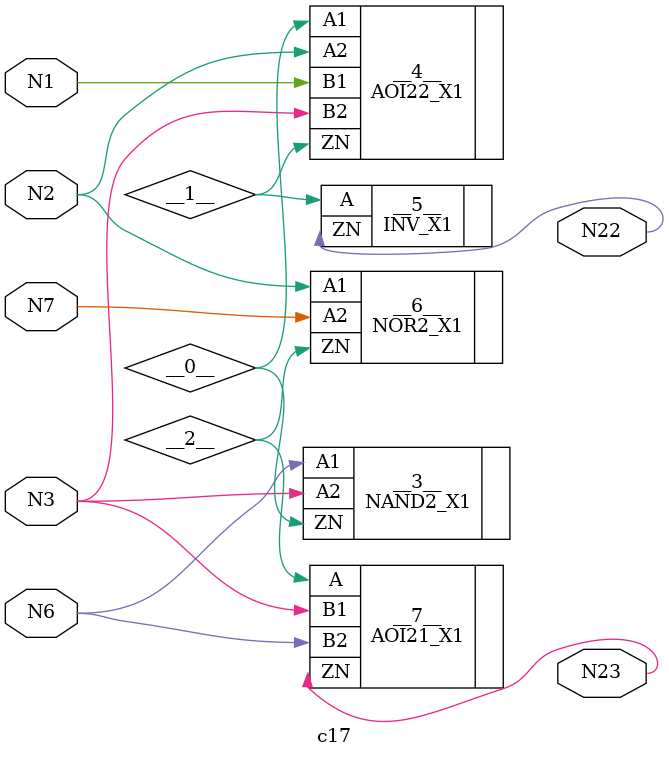
<source format=v>
/* Generated by lut-synth 0.7.2 */

module c17 (
    N6,
    N3,
    N2,
    N1,
    N7,
    N22,
    N23
);
  input N6;
  wire N6;
  input N3;
  wire N3;
  input N2;
  wire N2;
  input N1;
  wire N1;
  input N7;
  wire N7;
  output N22;
  wire N22;
  output N23;
  wire N23;
  wire __0__;
  wire __1__;
  wire __2__;
  NAND2_X1 #(
  ) __3__ (
      .A1(N6),
      .A2(N3),
      .ZN(__0__)
  );
  AOI22_X1 #(
  ) __4__ (
      .A1(__0__),
      .A2(N2),
      .B1(N1),
      .B2(N3),
      .ZN(__1__)
  );
  INV_X1 #(
  ) __5__ (
      .A(__1__),
      .ZN(N22)
  );
  NOR2_X1 #(
  ) __6__ (
      .A1(N2),
      .A2(N7),
      .ZN(__2__)
  );
  AOI21_X1 #(
  ) __7__ (
      .A(__2__),
      .B1(N3),
      .B2(N6),
      .ZN(N23)
  );
endmodule

</source>
